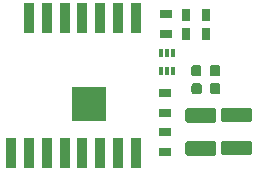
<source format=gbr>
G04 #@! TF.GenerationSoftware,KiCad,Pcbnew,5.0.0-rc3-unknown-520c611~65~ubuntu18.04.1*
G04 #@! TF.CreationDate,2018-07-03T00:15:53+02:00*
G04 #@! TF.ProjectId,vlakinostalo,766C616B696E6F7374616C6F2E6B6963,rev?*
G04 #@! TF.SameCoordinates,Original*
G04 #@! TF.FileFunction,Paste,Bot*
G04 #@! TF.FilePolarity,Positive*
%FSLAX46Y46*%
G04 Gerber Fmt 4.6, Leading zero omitted, Abs format (unit mm)*
G04 Created by KiCad (PCBNEW 5.0.0-rc3-unknown-520c611~65~ubuntu18.04.1) date Tue Jul  3 00:15:53 2018*
%MOMM*%
%LPD*%
G01*
G04 APERTURE LIST*
%ADD10R,0.300000X0.700000*%
%ADD11R,1.000000X0.670000*%
%ADD12R,0.670000X1.000000*%
%ADD13R,0.900000X2.500000*%
%ADD14R,3.000000X3.000000*%
%ADD15C,0.100000*%
%ADD16C,1.250000*%
%ADD17C,0.875000*%
G04 APERTURE END LIST*
D10*
G04 #@! TO.C,Q1*
X161800000Y-101600000D03*
X160800000Y-101600000D03*
X161800000Y-100100000D03*
X161300000Y-101600000D03*
X160800000Y-100100000D03*
X161300000Y-100100000D03*
G04 #@! TD*
D11*
G04 #@! TO.C,R1*
X161150000Y-106750000D03*
X161150000Y-108500000D03*
G04 #@! TD*
G04 #@! TO.C,R2*
X161150000Y-103450000D03*
X161150000Y-105200000D03*
G04 #@! TD*
D12*
G04 #@! TO.C,SW1*
X164625000Y-98450000D03*
X162875000Y-98450000D03*
G04 #@! TD*
D11*
G04 #@! TO.C,R8*
X161240000Y-96760000D03*
X161240000Y-98510000D03*
G04 #@! TD*
D12*
G04 #@! TO.C,SW2*
X162875000Y-96850000D03*
X164625000Y-96850000D03*
G04 #@! TD*
D13*
G04 #@! TO.C,P1*
X149630000Y-108570000D03*
X148130000Y-108570000D03*
X151130000Y-108570000D03*
X152630000Y-108570000D03*
X154130000Y-108570000D03*
X155630000Y-108570000D03*
X157130000Y-108570000D03*
X158630000Y-108570000D03*
X158630000Y-97170000D03*
X157130000Y-97170000D03*
X155630000Y-97170000D03*
X154130000Y-97170000D03*
X152630000Y-97170000D03*
X151130000Y-97170000D03*
X149630000Y-97170000D03*
D14*
X154730000Y-104370000D03*
G04 #@! TD*
D15*
G04 #@! TO.C,C3*
G36*
X165262244Y-107552264D02*
X165286513Y-107555864D01*
X165310311Y-107561825D01*
X165333411Y-107570090D01*
X165355589Y-107580580D01*
X165376633Y-107593193D01*
X165396338Y-107607807D01*
X165414517Y-107624283D01*
X165430993Y-107642462D01*
X165445607Y-107662167D01*
X165458220Y-107683211D01*
X165468710Y-107705389D01*
X165476975Y-107728489D01*
X165482936Y-107752287D01*
X165486536Y-107776556D01*
X165487740Y-107801060D01*
X165487740Y-108551060D01*
X165486536Y-108575564D01*
X165482936Y-108599833D01*
X165476975Y-108623631D01*
X165468710Y-108646731D01*
X165458220Y-108668909D01*
X165445607Y-108689953D01*
X165430993Y-108709658D01*
X165414517Y-108727837D01*
X165396338Y-108744313D01*
X165376633Y-108758927D01*
X165355589Y-108771540D01*
X165333411Y-108782030D01*
X165310311Y-108790295D01*
X165286513Y-108796256D01*
X165262244Y-108799856D01*
X165237740Y-108801060D01*
X163087740Y-108801060D01*
X163063236Y-108799856D01*
X163038967Y-108796256D01*
X163015169Y-108790295D01*
X162992069Y-108782030D01*
X162969891Y-108771540D01*
X162948847Y-108758927D01*
X162929142Y-108744313D01*
X162910963Y-108727837D01*
X162894487Y-108709658D01*
X162879873Y-108689953D01*
X162867260Y-108668909D01*
X162856770Y-108646731D01*
X162848505Y-108623631D01*
X162842544Y-108599833D01*
X162838944Y-108575564D01*
X162837740Y-108551060D01*
X162837740Y-107801060D01*
X162838944Y-107776556D01*
X162842544Y-107752287D01*
X162848505Y-107728489D01*
X162856770Y-107705389D01*
X162867260Y-107683211D01*
X162879873Y-107662167D01*
X162894487Y-107642462D01*
X162910963Y-107624283D01*
X162929142Y-107607807D01*
X162948847Y-107593193D01*
X162969891Y-107580580D01*
X162992069Y-107570090D01*
X163015169Y-107561825D01*
X163038967Y-107555864D01*
X163063236Y-107552264D01*
X163087740Y-107551060D01*
X165237740Y-107551060D01*
X165262244Y-107552264D01*
X165262244Y-107552264D01*
G37*
D16*
X164162740Y-108176060D03*
D15*
G36*
X165262244Y-104752264D02*
X165286513Y-104755864D01*
X165310311Y-104761825D01*
X165333411Y-104770090D01*
X165355589Y-104780580D01*
X165376633Y-104793193D01*
X165396338Y-104807807D01*
X165414517Y-104824283D01*
X165430993Y-104842462D01*
X165445607Y-104862167D01*
X165458220Y-104883211D01*
X165468710Y-104905389D01*
X165476975Y-104928489D01*
X165482936Y-104952287D01*
X165486536Y-104976556D01*
X165487740Y-105001060D01*
X165487740Y-105751060D01*
X165486536Y-105775564D01*
X165482936Y-105799833D01*
X165476975Y-105823631D01*
X165468710Y-105846731D01*
X165458220Y-105868909D01*
X165445607Y-105889953D01*
X165430993Y-105909658D01*
X165414517Y-105927837D01*
X165396338Y-105944313D01*
X165376633Y-105958927D01*
X165355589Y-105971540D01*
X165333411Y-105982030D01*
X165310311Y-105990295D01*
X165286513Y-105996256D01*
X165262244Y-105999856D01*
X165237740Y-106001060D01*
X163087740Y-106001060D01*
X163063236Y-105999856D01*
X163038967Y-105996256D01*
X163015169Y-105990295D01*
X162992069Y-105982030D01*
X162969891Y-105971540D01*
X162948847Y-105958927D01*
X162929142Y-105944313D01*
X162910963Y-105927837D01*
X162894487Y-105909658D01*
X162879873Y-105889953D01*
X162867260Y-105868909D01*
X162856770Y-105846731D01*
X162848505Y-105823631D01*
X162842544Y-105799833D01*
X162838944Y-105775564D01*
X162837740Y-105751060D01*
X162837740Y-105001060D01*
X162838944Y-104976556D01*
X162842544Y-104952287D01*
X162848505Y-104928489D01*
X162856770Y-104905389D01*
X162867260Y-104883211D01*
X162879873Y-104862167D01*
X162894487Y-104842462D01*
X162910963Y-104824283D01*
X162929142Y-104807807D01*
X162948847Y-104793193D01*
X162969891Y-104780580D01*
X162992069Y-104770090D01*
X163015169Y-104761825D01*
X163038967Y-104755864D01*
X163063236Y-104752264D01*
X163087740Y-104751060D01*
X165237740Y-104751060D01*
X165262244Y-104752264D01*
X165262244Y-104752264D01*
G37*
D16*
X164162740Y-105376060D03*
G04 #@! TD*
D15*
G04 #@! TO.C,C4*
G36*
X168282304Y-104716704D02*
X168306573Y-104720304D01*
X168330371Y-104726265D01*
X168353471Y-104734530D01*
X168375649Y-104745020D01*
X168396693Y-104757633D01*
X168416398Y-104772247D01*
X168434577Y-104788723D01*
X168451053Y-104806902D01*
X168465667Y-104826607D01*
X168478280Y-104847651D01*
X168488770Y-104869829D01*
X168497035Y-104892929D01*
X168502996Y-104916727D01*
X168506596Y-104940996D01*
X168507800Y-104965500D01*
X168507800Y-105715500D01*
X168506596Y-105740004D01*
X168502996Y-105764273D01*
X168497035Y-105788071D01*
X168488770Y-105811171D01*
X168478280Y-105833349D01*
X168465667Y-105854393D01*
X168451053Y-105874098D01*
X168434577Y-105892277D01*
X168416398Y-105908753D01*
X168396693Y-105923367D01*
X168375649Y-105935980D01*
X168353471Y-105946470D01*
X168330371Y-105954735D01*
X168306573Y-105960696D01*
X168282304Y-105964296D01*
X168257800Y-105965500D01*
X166107800Y-105965500D01*
X166083296Y-105964296D01*
X166059027Y-105960696D01*
X166035229Y-105954735D01*
X166012129Y-105946470D01*
X165989951Y-105935980D01*
X165968907Y-105923367D01*
X165949202Y-105908753D01*
X165931023Y-105892277D01*
X165914547Y-105874098D01*
X165899933Y-105854393D01*
X165887320Y-105833349D01*
X165876830Y-105811171D01*
X165868565Y-105788071D01*
X165862604Y-105764273D01*
X165859004Y-105740004D01*
X165857800Y-105715500D01*
X165857800Y-104965500D01*
X165859004Y-104940996D01*
X165862604Y-104916727D01*
X165868565Y-104892929D01*
X165876830Y-104869829D01*
X165887320Y-104847651D01*
X165899933Y-104826607D01*
X165914547Y-104806902D01*
X165931023Y-104788723D01*
X165949202Y-104772247D01*
X165968907Y-104757633D01*
X165989951Y-104745020D01*
X166012129Y-104734530D01*
X166035229Y-104726265D01*
X166059027Y-104720304D01*
X166083296Y-104716704D01*
X166107800Y-104715500D01*
X168257800Y-104715500D01*
X168282304Y-104716704D01*
X168282304Y-104716704D01*
G37*
D16*
X167182800Y-105340500D03*
D15*
G36*
X168282304Y-107516704D02*
X168306573Y-107520304D01*
X168330371Y-107526265D01*
X168353471Y-107534530D01*
X168375649Y-107545020D01*
X168396693Y-107557633D01*
X168416398Y-107572247D01*
X168434577Y-107588723D01*
X168451053Y-107606902D01*
X168465667Y-107626607D01*
X168478280Y-107647651D01*
X168488770Y-107669829D01*
X168497035Y-107692929D01*
X168502996Y-107716727D01*
X168506596Y-107740996D01*
X168507800Y-107765500D01*
X168507800Y-108515500D01*
X168506596Y-108540004D01*
X168502996Y-108564273D01*
X168497035Y-108588071D01*
X168488770Y-108611171D01*
X168478280Y-108633349D01*
X168465667Y-108654393D01*
X168451053Y-108674098D01*
X168434577Y-108692277D01*
X168416398Y-108708753D01*
X168396693Y-108723367D01*
X168375649Y-108735980D01*
X168353471Y-108746470D01*
X168330371Y-108754735D01*
X168306573Y-108760696D01*
X168282304Y-108764296D01*
X168257800Y-108765500D01*
X166107800Y-108765500D01*
X166083296Y-108764296D01*
X166059027Y-108760696D01*
X166035229Y-108754735D01*
X166012129Y-108746470D01*
X165989951Y-108735980D01*
X165968907Y-108723367D01*
X165949202Y-108708753D01*
X165931023Y-108692277D01*
X165914547Y-108674098D01*
X165899933Y-108654393D01*
X165887320Y-108633349D01*
X165876830Y-108611171D01*
X165868565Y-108588071D01*
X165862604Y-108564273D01*
X165859004Y-108540004D01*
X165857800Y-108515500D01*
X165857800Y-107765500D01*
X165859004Y-107740996D01*
X165862604Y-107716727D01*
X165868565Y-107692929D01*
X165876830Y-107669829D01*
X165887320Y-107647651D01*
X165899933Y-107626607D01*
X165914547Y-107606902D01*
X165931023Y-107588723D01*
X165949202Y-107572247D01*
X165968907Y-107557633D01*
X165989951Y-107545020D01*
X166012129Y-107534530D01*
X166035229Y-107526265D01*
X166059027Y-107520304D01*
X166083296Y-107516704D01*
X166107800Y-107515500D01*
X168257800Y-107515500D01*
X168282304Y-107516704D01*
X168282304Y-107516704D01*
G37*
D16*
X167182800Y-108140500D03*
G04 #@! TD*
D15*
G04 #@! TO.C,R5*
G36*
X165594191Y-101126053D02*
X165615426Y-101129203D01*
X165636250Y-101134419D01*
X165656462Y-101141651D01*
X165675868Y-101150830D01*
X165694281Y-101161866D01*
X165711524Y-101174654D01*
X165727430Y-101189070D01*
X165741846Y-101204976D01*
X165754634Y-101222219D01*
X165765670Y-101240632D01*
X165774849Y-101260038D01*
X165782081Y-101280250D01*
X165787297Y-101301074D01*
X165790447Y-101322309D01*
X165791500Y-101343750D01*
X165791500Y-101856250D01*
X165790447Y-101877691D01*
X165787297Y-101898926D01*
X165782081Y-101919750D01*
X165774849Y-101939962D01*
X165765670Y-101959368D01*
X165754634Y-101977781D01*
X165741846Y-101995024D01*
X165727430Y-102010930D01*
X165711524Y-102025346D01*
X165694281Y-102038134D01*
X165675868Y-102049170D01*
X165656462Y-102058349D01*
X165636250Y-102065581D01*
X165615426Y-102070797D01*
X165594191Y-102073947D01*
X165572750Y-102075000D01*
X165135250Y-102075000D01*
X165113809Y-102073947D01*
X165092574Y-102070797D01*
X165071750Y-102065581D01*
X165051538Y-102058349D01*
X165032132Y-102049170D01*
X165013719Y-102038134D01*
X164996476Y-102025346D01*
X164980570Y-102010930D01*
X164966154Y-101995024D01*
X164953366Y-101977781D01*
X164942330Y-101959368D01*
X164933151Y-101939962D01*
X164925919Y-101919750D01*
X164920703Y-101898926D01*
X164917553Y-101877691D01*
X164916500Y-101856250D01*
X164916500Y-101343750D01*
X164917553Y-101322309D01*
X164920703Y-101301074D01*
X164925919Y-101280250D01*
X164933151Y-101260038D01*
X164942330Y-101240632D01*
X164953366Y-101222219D01*
X164966154Y-101204976D01*
X164980570Y-101189070D01*
X164996476Y-101174654D01*
X165013719Y-101161866D01*
X165032132Y-101150830D01*
X165051538Y-101141651D01*
X165071750Y-101134419D01*
X165092574Y-101129203D01*
X165113809Y-101126053D01*
X165135250Y-101125000D01*
X165572750Y-101125000D01*
X165594191Y-101126053D01*
X165594191Y-101126053D01*
G37*
D17*
X165354000Y-101600000D03*
D15*
G36*
X164019191Y-101126053D02*
X164040426Y-101129203D01*
X164061250Y-101134419D01*
X164081462Y-101141651D01*
X164100868Y-101150830D01*
X164119281Y-101161866D01*
X164136524Y-101174654D01*
X164152430Y-101189070D01*
X164166846Y-101204976D01*
X164179634Y-101222219D01*
X164190670Y-101240632D01*
X164199849Y-101260038D01*
X164207081Y-101280250D01*
X164212297Y-101301074D01*
X164215447Y-101322309D01*
X164216500Y-101343750D01*
X164216500Y-101856250D01*
X164215447Y-101877691D01*
X164212297Y-101898926D01*
X164207081Y-101919750D01*
X164199849Y-101939962D01*
X164190670Y-101959368D01*
X164179634Y-101977781D01*
X164166846Y-101995024D01*
X164152430Y-102010930D01*
X164136524Y-102025346D01*
X164119281Y-102038134D01*
X164100868Y-102049170D01*
X164081462Y-102058349D01*
X164061250Y-102065581D01*
X164040426Y-102070797D01*
X164019191Y-102073947D01*
X163997750Y-102075000D01*
X163560250Y-102075000D01*
X163538809Y-102073947D01*
X163517574Y-102070797D01*
X163496750Y-102065581D01*
X163476538Y-102058349D01*
X163457132Y-102049170D01*
X163438719Y-102038134D01*
X163421476Y-102025346D01*
X163405570Y-102010930D01*
X163391154Y-101995024D01*
X163378366Y-101977781D01*
X163367330Y-101959368D01*
X163358151Y-101939962D01*
X163350919Y-101919750D01*
X163345703Y-101898926D01*
X163342553Y-101877691D01*
X163341500Y-101856250D01*
X163341500Y-101343750D01*
X163342553Y-101322309D01*
X163345703Y-101301074D01*
X163350919Y-101280250D01*
X163358151Y-101260038D01*
X163367330Y-101240632D01*
X163378366Y-101222219D01*
X163391154Y-101204976D01*
X163405570Y-101189070D01*
X163421476Y-101174654D01*
X163438719Y-101161866D01*
X163457132Y-101150830D01*
X163476538Y-101141651D01*
X163496750Y-101134419D01*
X163517574Y-101129203D01*
X163538809Y-101126053D01*
X163560250Y-101125000D01*
X163997750Y-101125000D01*
X164019191Y-101126053D01*
X164019191Y-101126053D01*
G37*
D17*
X163779000Y-101600000D03*
G04 #@! TD*
D15*
G04 #@! TO.C,R7*
G36*
X165619691Y-102650053D02*
X165640926Y-102653203D01*
X165661750Y-102658419D01*
X165681962Y-102665651D01*
X165701368Y-102674830D01*
X165719781Y-102685866D01*
X165737024Y-102698654D01*
X165752930Y-102713070D01*
X165767346Y-102728976D01*
X165780134Y-102746219D01*
X165791170Y-102764632D01*
X165800349Y-102784038D01*
X165807581Y-102804250D01*
X165812797Y-102825074D01*
X165815947Y-102846309D01*
X165817000Y-102867750D01*
X165817000Y-103380250D01*
X165815947Y-103401691D01*
X165812797Y-103422926D01*
X165807581Y-103443750D01*
X165800349Y-103463962D01*
X165791170Y-103483368D01*
X165780134Y-103501781D01*
X165767346Y-103519024D01*
X165752930Y-103534930D01*
X165737024Y-103549346D01*
X165719781Y-103562134D01*
X165701368Y-103573170D01*
X165681962Y-103582349D01*
X165661750Y-103589581D01*
X165640926Y-103594797D01*
X165619691Y-103597947D01*
X165598250Y-103599000D01*
X165160750Y-103599000D01*
X165139309Y-103597947D01*
X165118074Y-103594797D01*
X165097250Y-103589581D01*
X165077038Y-103582349D01*
X165057632Y-103573170D01*
X165039219Y-103562134D01*
X165021976Y-103549346D01*
X165006070Y-103534930D01*
X164991654Y-103519024D01*
X164978866Y-103501781D01*
X164967830Y-103483368D01*
X164958651Y-103463962D01*
X164951419Y-103443750D01*
X164946203Y-103422926D01*
X164943053Y-103401691D01*
X164942000Y-103380250D01*
X164942000Y-102867750D01*
X164943053Y-102846309D01*
X164946203Y-102825074D01*
X164951419Y-102804250D01*
X164958651Y-102784038D01*
X164967830Y-102764632D01*
X164978866Y-102746219D01*
X164991654Y-102728976D01*
X165006070Y-102713070D01*
X165021976Y-102698654D01*
X165039219Y-102685866D01*
X165057632Y-102674830D01*
X165077038Y-102665651D01*
X165097250Y-102658419D01*
X165118074Y-102653203D01*
X165139309Y-102650053D01*
X165160750Y-102649000D01*
X165598250Y-102649000D01*
X165619691Y-102650053D01*
X165619691Y-102650053D01*
G37*
D17*
X165379500Y-103124000D03*
D15*
G36*
X164044691Y-102650053D02*
X164065926Y-102653203D01*
X164086750Y-102658419D01*
X164106962Y-102665651D01*
X164126368Y-102674830D01*
X164144781Y-102685866D01*
X164162024Y-102698654D01*
X164177930Y-102713070D01*
X164192346Y-102728976D01*
X164205134Y-102746219D01*
X164216170Y-102764632D01*
X164225349Y-102784038D01*
X164232581Y-102804250D01*
X164237797Y-102825074D01*
X164240947Y-102846309D01*
X164242000Y-102867750D01*
X164242000Y-103380250D01*
X164240947Y-103401691D01*
X164237797Y-103422926D01*
X164232581Y-103443750D01*
X164225349Y-103463962D01*
X164216170Y-103483368D01*
X164205134Y-103501781D01*
X164192346Y-103519024D01*
X164177930Y-103534930D01*
X164162024Y-103549346D01*
X164144781Y-103562134D01*
X164126368Y-103573170D01*
X164106962Y-103582349D01*
X164086750Y-103589581D01*
X164065926Y-103594797D01*
X164044691Y-103597947D01*
X164023250Y-103599000D01*
X163585750Y-103599000D01*
X163564309Y-103597947D01*
X163543074Y-103594797D01*
X163522250Y-103589581D01*
X163502038Y-103582349D01*
X163482632Y-103573170D01*
X163464219Y-103562134D01*
X163446976Y-103549346D01*
X163431070Y-103534930D01*
X163416654Y-103519024D01*
X163403866Y-103501781D01*
X163392830Y-103483368D01*
X163383651Y-103463962D01*
X163376419Y-103443750D01*
X163371203Y-103422926D01*
X163368053Y-103401691D01*
X163367000Y-103380250D01*
X163367000Y-102867750D01*
X163368053Y-102846309D01*
X163371203Y-102825074D01*
X163376419Y-102804250D01*
X163383651Y-102784038D01*
X163392830Y-102764632D01*
X163403866Y-102746219D01*
X163416654Y-102728976D01*
X163431070Y-102713070D01*
X163446976Y-102698654D01*
X163464219Y-102685866D01*
X163482632Y-102674830D01*
X163502038Y-102665651D01*
X163522250Y-102658419D01*
X163543074Y-102653203D01*
X163564309Y-102650053D01*
X163585750Y-102649000D01*
X164023250Y-102649000D01*
X164044691Y-102650053D01*
X164044691Y-102650053D01*
G37*
D17*
X163804500Y-103124000D03*
G04 #@! TD*
M02*

</source>
